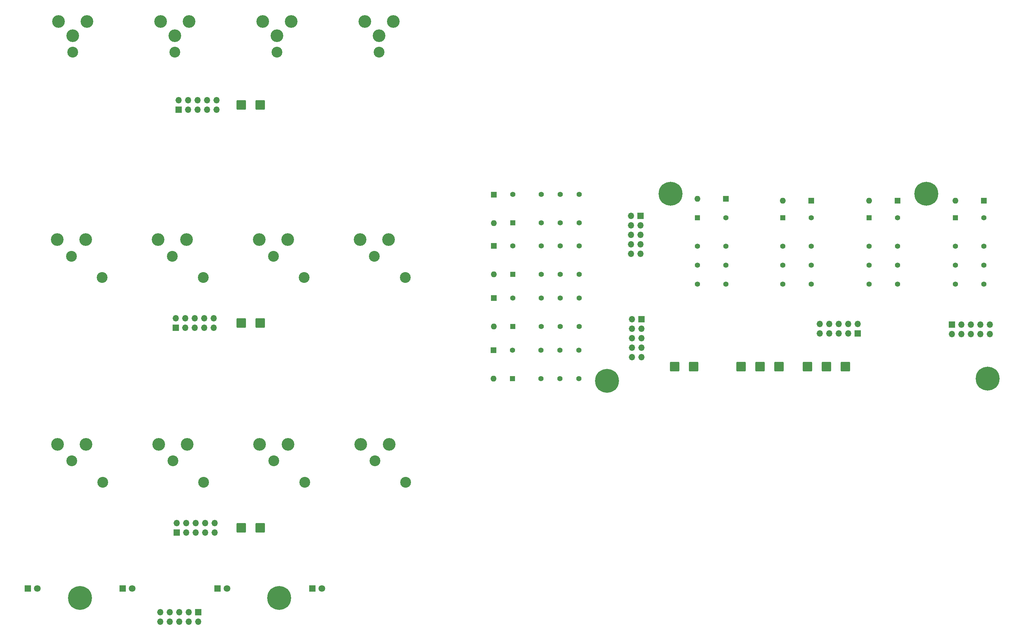
<source format=gbr>
%TF.GenerationSoftware,KiCad,Pcbnew,7.0.6*%
%TF.CreationDate,2023-11-23T12:49:08+01:00*%
%TF.ProjectId,EF_matrix,45465f6d-6174-4726-9978-2e6b69636164,rev?*%
%TF.SameCoordinates,Original*%
%TF.FileFunction,Soldermask,Bot*%
%TF.FilePolarity,Negative*%
%FSLAX46Y46*%
G04 Gerber Fmt 4.6, Leading zero omitted, Abs format (unit mm)*
G04 Created by KiCad (PCBNEW 7.0.6) date 2023-11-23 12:49:08*
%MOMM*%
%LPD*%
G01*
G04 APERTURE LIST*
G04 Aperture macros list*
%AMRoundRect*
0 Rectangle with rounded corners*
0 $1 Rounding radius*
0 $2 $3 $4 $5 $6 $7 $8 $9 X,Y pos of 4 corners*
0 Add a 4 corners polygon primitive as box body*
4,1,4,$2,$3,$4,$5,$6,$7,$8,$9,$2,$3,0*
0 Add four circle primitives for the rounded corners*
1,1,$1+$1,$2,$3*
1,1,$1+$1,$4,$5*
1,1,$1+$1,$6,$7*
1,1,$1+$1,$8,$9*
0 Add four rect primitives between the rounded corners*
20,1,$1+$1,$2,$3,$4,$5,0*
20,1,$1+$1,$4,$5,$6,$7,0*
20,1,$1+$1,$6,$7,$8,$9,0*
20,1,$1+$1,$8,$9,$2,$3,0*%
G04 Aperture macros list end*
%ADD10C,3.400000*%
%ADD11C,2.900000*%
%ADD12C,1.400000*%
%ADD13R,1.400000X1.400000*%
%ADD14RoundRect,0.249999X-1.025001X-1.025001X1.025001X-1.025001X1.025001X1.025001X-1.025001X1.025001X0*%
%ADD15RoundRect,0.249999X1.025001X-1.025001X1.025001X1.025001X-1.025001X1.025001X-1.025001X-1.025001X0*%
%ADD16O,1.700000X1.700000*%
%ADD17R,1.700000X1.700000*%
%ADD18C,1.800000*%
%ADD19R,1.800000X1.800000*%
%ADD20O,1.600000X1.600000*%
%ADD21R,1.600000X1.600000*%
%ADD22C,0.800000*%
%ADD23C,6.400000*%
G04 APERTURE END LIST*
D10*
%TO.C,J6*%
X32136000Y-141722000D03*
X24516000Y-141722000D03*
D11*
X28326000Y-146172000D03*
X36576000Y-151882000D03*
%TD*%
D12*
%TO.C,K2*%
X146406000Y-74798000D03*
X154026000Y-74798000D03*
X159106000Y-74798000D03*
X164186000Y-74798000D03*
X164186000Y-82418000D03*
X159106000Y-82418000D03*
X154026000Y-82418000D03*
D13*
X146406000Y-82418000D03*
%TD*%
D14*
%TO.C,J40*%
X235495000Y-120867000D03*
%TD*%
D15*
%TO.C,J22*%
X73660000Y-109220000D03*
%TD*%
D16*
%TO.C,J1*%
X178091000Y-90641000D03*
X180631000Y-90641000D03*
X178091000Y-88101000D03*
X180631000Y-88101000D03*
X178091000Y-85561000D03*
X180631000Y-85561000D03*
X178091000Y-83021000D03*
X180631000Y-83021000D03*
X178091000Y-80481000D03*
D17*
X180631000Y-80481000D03*
%TD*%
D12*
%TO.C,K3*%
X249465000Y-80989000D03*
X249465000Y-88609000D03*
X249465000Y-93689000D03*
X249465000Y-98769000D03*
X241845000Y-98769000D03*
X241845000Y-93689000D03*
X241845000Y-88609000D03*
D13*
X241845000Y-80989000D03*
%TD*%
D18*
%TO.C,D2*%
X44445000Y-180340000D03*
D19*
X41905000Y-180340000D03*
%TD*%
D11*
%TO.C,J15*%
X83230000Y-36703000D03*
D10*
X83230000Y-32258000D03*
X87040000Y-28448000D03*
X79420000Y-28448000D03*
%TD*%
%TO.C,J9*%
X86104000Y-86868000D03*
X78484000Y-86868000D03*
D11*
X82294000Y-91318000D03*
X90544000Y-97028000D03*
%TD*%
D20*
%TO.C,D8*%
X195871000Y-75909000D03*
D21*
X203491000Y-75909000D03*
%TD*%
D14*
%TO.C,J39*%
X217715000Y-120867000D03*
%TD*%
%TO.C,J2*%
X78740000Y-50800000D03*
%TD*%
D22*
%TO.C,REF\u002A\u002A*%
X259524052Y-74591500D03*
X258821108Y-76288556D03*
X258821108Y-72894444D03*
X257124052Y-76991500D03*
D23*
X257124052Y-74591500D03*
D22*
X257124052Y-72191500D03*
X255426996Y-76288556D03*
X255426996Y-72894444D03*
X254724052Y-74591500D03*
%TD*%
%TO.C,REF\u002A\u002A*%
X174014052Y-124701500D03*
X173311108Y-126398556D03*
X173311108Y-123004444D03*
X171614052Y-127101500D03*
D23*
X171614052Y-124701500D03*
D22*
X171614052Y-122301500D03*
X169916996Y-126398556D03*
X169916996Y-123004444D03*
X169214052Y-124701500D03*
%TD*%
D12*
%TO.C,K5*%
X203491000Y-80989000D03*
X203491000Y-88609000D03*
X203491000Y-93689000D03*
X203491000Y-98769000D03*
X195871000Y-98769000D03*
X195871000Y-93689000D03*
X195871000Y-88609000D03*
D13*
X195871000Y-80989000D03*
%TD*%
D18*
%TO.C,D1*%
X19045000Y-180340000D03*
D19*
X16505000Y-180340000D03*
%TD*%
D16*
%TO.C,J3*%
X178365000Y-118357000D03*
X180905000Y-118357000D03*
X178365000Y-115817000D03*
X180905000Y-115817000D03*
X178365000Y-113277000D03*
X180905000Y-113277000D03*
X178365000Y-110737000D03*
X180905000Y-110737000D03*
X178365000Y-108197000D03*
D17*
X180905000Y-108197000D03*
%TD*%
D10*
%TO.C,J7*%
X59054000Y-86868000D03*
X51434000Y-86868000D03*
D11*
X55244000Y-91318000D03*
X63494000Y-97028000D03*
%TD*%
D12*
%TO.C,K6*%
X146373500Y-88561500D03*
X153993500Y-88561500D03*
X159073500Y-88561500D03*
X164153500Y-88561500D03*
X164153500Y-96181500D03*
X159073500Y-96181500D03*
X153993500Y-96181500D03*
D13*
X146373500Y-96181500D03*
%TD*%
D14*
%TO.C,J36*%
X207555000Y-120867000D03*
%TD*%
D11*
%TO.C,J14*%
X55880000Y-36703000D03*
D10*
X55880000Y-32258000D03*
X59690000Y-28448000D03*
X52070000Y-28448000D03*
%TD*%
D15*
%TO.C,J23*%
X73660000Y-164074000D03*
%TD*%
D22*
%TO.C,REF\u002A\u002A*%
X32880000Y-182880000D03*
X32177056Y-184577056D03*
X32177056Y-181182944D03*
X30480000Y-185280000D03*
D23*
X30480000Y-182880000D03*
D22*
X30480000Y-180480000D03*
X28782944Y-184577056D03*
X28782944Y-181182944D03*
X28080000Y-182880000D03*
%TD*%
D10*
%TO.C,J11*%
X113154000Y-86868000D03*
X105534000Y-86868000D03*
D11*
X109344000Y-91318000D03*
X117594000Y-97028000D03*
%TD*%
D14*
%TO.C,J37*%
X225335000Y-120867000D03*
%TD*%
D20*
%TO.C,D6*%
X241845000Y-76417000D03*
D21*
X249465000Y-76417000D03*
%TD*%
D14*
%TO.C,J38*%
X230415000Y-120867000D03*
%TD*%
D18*
%TO.C,D4*%
X95245000Y-180340000D03*
D19*
X92705000Y-180340000D03*
%TD*%
D22*
%TO.C,REF\u002A\u002A*%
X86220000Y-182880000D03*
X85517056Y-184577056D03*
X85517056Y-181182944D03*
X83820000Y-185280000D03*
D23*
X83820000Y-182880000D03*
D22*
X83820000Y-180480000D03*
X82122944Y-184577056D03*
X82122944Y-181182944D03*
X81420000Y-182880000D03*
%TD*%
D12*
%TO.C,K4*%
X226351000Y-80989000D03*
X226351000Y-88609000D03*
X226351000Y-93689000D03*
X226351000Y-98769000D03*
X218731000Y-98769000D03*
X218731000Y-93689000D03*
X218731000Y-88609000D03*
D13*
X218731000Y-80989000D03*
%TD*%
D14*
%TO.C,J34*%
X73660000Y-50800000D03*
%TD*%
D16*
%TO.C,J19*%
X274133000Y-112211000D03*
X274133000Y-109671000D03*
X271593000Y-112211000D03*
X271593000Y-109671000D03*
X269053000Y-112211000D03*
X269053000Y-109671000D03*
X266513000Y-112211000D03*
X266513000Y-109671000D03*
X263973000Y-112211000D03*
D17*
X263973000Y-109671000D03*
%TD*%
D10*
%TO.C,J10*%
X86236000Y-141722000D03*
X78616000Y-141722000D03*
D11*
X82426000Y-146172000D03*
X90676000Y-151882000D03*
%TD*%
D10*
%TO.C,J8*%
X59186000Y-141722000D03*
X51566000Y-141722000D03*
D11*
X55376000Y-146172000D03*
X63626000Y-151882000D03*
%TD*%
D14*
%TO.C,J35*%
X212635000Y-120867000D03*
%TD*%
D22*
%TO.C,REF\u002A\u002A*%
X276014052Y-124101500D03*
X275311108Y-125798556D03*
X275311108Y-122404444D03*
X273614052Y-126501500D03*
D23*
X273614052Y-124101500D03*
D22*
X273614052Y-121701500D03*
X271916996Y-125798556D03*
X271916996Y-122404444D03*
X271214052Y-124101500D03*
%TD*%
D20*
%TO.C,D5*%
X264959000Y-76417000D03*
D21*
X272579000Y-76417000D03*
%TD*%
D14*
%TO.C,J32*%
X189775000Y-120867000D03*
%TD*%
D20*
%TO.C,D7*%
X218731000Y-76417000D03*
D21*
X226351000Y-76417000D03*
%TD*%
D20*
%TO.C,D9*%
X141293500Y-82465500D03*
D21*
X141293500Y-74845500D03*
%TD*%
D12*
%TO.C,K1*%
X272579000Y-80989000D03*
X272579000Y-88609000D03*
X272579000Y-93689000D03*
X272579000Y-98769000D03*
X264959000Y-98769000D03*
X264959000Y-93689000D03*
X264959000Y-88609000D03*
D13*
X264959000Y-80989000D03*
%TD*%
D11*
%TO.C,J16*%
X110580000Y-36703000D03*
D10*
X110580000Y-32258000D03*
X114390000Y-28448000D03*
X106770000Y-28448000D03*
%TD*%
D20*
%TO.C,D10*%
X141293500Y-96181500D03*
D21*
X141293500Y-88561500D03*
%TD*%
D10*
%TO.C,J12*%
X113286000Y-141722000D03*
X105666000Y-141722000D03*
D11*
X109476000Y-146172000D03*
X117726000Y-151882000D03*
%TD*%
D20*
%TO.C,D12*%
X141293500Y-110151500D03*
D21*
X141293500Y-102531500D03*
%TD*%
D18*
%TO.C,D3*%
X69845000Y-180340000D03*
D19*
X67305000Y-180340000D03*
%TD*%
D12*
%TO.C,K7*%
X146341000Y-116501500D03*
X153961000Y-116501500D03*
X159041000Y-116501500D03*
X164121000Y-116501500D03*
X164121000Y-124121500D03*
X159041000Y-124121500D03*
X153961000Y-124121500D03*
D13*
X146341000Y-124121500D03*
%TD*%
D11*
%TO.C,J13*%
X28530000Y-36703000D03*
D10*
X28530000Y-32258000D03*
X32340000Y-28448000D03*
X24720000Y-28448000D03*
%TD*%
D14*
%TO.C,J33*%
X194855000Y-120867000D03*
%TD*%
D16*
%TO.C,J18*%
X228607000Y-109457000D03*
X228607000Y-111997000D03*
X231147000Y-109457000D03*
X231147000Y-111997000D03*
X233687000Y-109457000D03*
X233687000Y-111997000D03*
X236227000Y-109457000D03*
X236227000Y-111997000D03*
X238767000Y-109457000D03*
D17*
X238767000Y-111997000D03*
%TD*%
D15*
%TO.C,J25*%
X78740000Y-109220000D03*
%TD*%
D22*
%TO.C,REF\u002A\u002A*%
X191014052Y-74591500D03*
X190311108Y-76288556D03*
X190311108Y-72894444D03*
X188614052Y-76991500D03*
D23*
X188614052Y-74591500D03*
D22*
X188614052Y-72191500D03*
X186916996Y-76288556D03*
X186916996Y-72894444D03*
X186214052Y-74591500D03*
%TD*%
D20*
%TO.C,D11*%
X141261000Y-124121500D03*
D21*
X141261000Y-116501500D03*
%TD*%
D15*
%TO.C,J26*%
X78740000Y-164074000D03*
%TD*%
D12*
%TO.C,K8*%
X146373500Y-102531500D03*
X153993500Y-102531500D03*
X159073500Y-102531500D03*
X164153500Y-102531500D03*
X164153500Y-110151500D03*
X159073500Y-110151500D03*
X153993500Y-110151500D03*
D13*
X146373500Y-110151500D03*
%TD*%
D10*
%TO.C,J5*%
X32004000Y-86868000D03*
X24384000Y-86868000D03*
D11*
X28194000Y-91318000D03*
X36444000Y-97028000D03*
%TD*%
D16*
%TO.C,J20*%
X52040000Y-189210000D03*
X52040000Y-186670000D03*
X54580000Y-189210000D03*
X54580000Y-186670000D03*
X57120000Y-189210000D03*
X57120000Y-186670000D03*
X59660000Y-189210000D03*
X59660000Y-186670000D03*
X62200000Y-189210000D03*
D17*
X62200000Y-186670000D03*
%TD*%
D16*
%TO.C,J31*%
X67086000Y-49550000D03*
X67086000Y-52090000D03*
X64546000Y-49550000D03*
X64546000Y-52090000D03*
X62006000Y-49550000D03*
X62006000Y-52090000D03*
X59466000Y-49550000D03*
X59466000Y-52090000D03*
X56926000Y-49550000D03*
D17*
X56926000Y-52090000D03*
%TD*%
%TO.C,J17*%
X56164000Y-110510000D03*
D16*
X56164000Y-107970000D03*
X58704000Y-110510000D03*
X58704000Y-107970000D03*
X61244000Y-110510000D03*
X61244000Y-107970000D03*
X63784000Y-110510000D03*
X63784000Y-107970000D03*
X66324000Y-110510000D03*
X66324000Y-107970000D03*
%TD*%
D17*
%TO.C,J4*%
X56418000Y-165364000D03*
D16*
X56418000Y-162824000D03*
X58958000Y-165364000D03*
X58958000Y-162824000D03*
X61498000Y-165364000D03*
X61498000Y-162824000D03*
X64038000Y-165364000D03*
X64038000Y-162824000D03*
X66578000Y-165364000D03*
X66578000Y-162824000D03*
%TD*%
M02*

</source>
